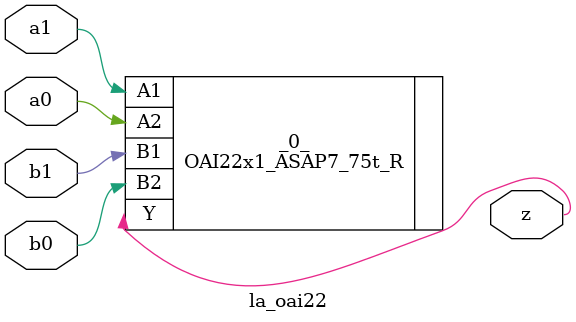
<source format=v>

/* Generated by Yosys 0.44 (git sha1 80ba43d26, g++ 11.4.0-1ubuntu1~22.04 -fPIC -O3) */

(* top =  1  *)
(* src = "generated" *)
(* keep_hierarchy *)
module la_oai22 (
    a0,
    a1,
    b0,
    b1,
    z
);
  (* src = "generated" *)
  input a0;
  wire a0;
  (* src = "generated" *)
  input a1;
  wire a1;
  (* src = "generated" *)
  input b0;
  wire b0;
  (* src = "generated" *)
  input b1;
  wire b1;
  (* src = "generated" *)
  output z;
  wire z;
  OAI22x1_ASAP7_75t_R _0_ (
      .A1(a1),
      .A2(a0),
      .B1(b1),
      .B2(b0),
      .Y (z)
  );
endmodule

</source>
